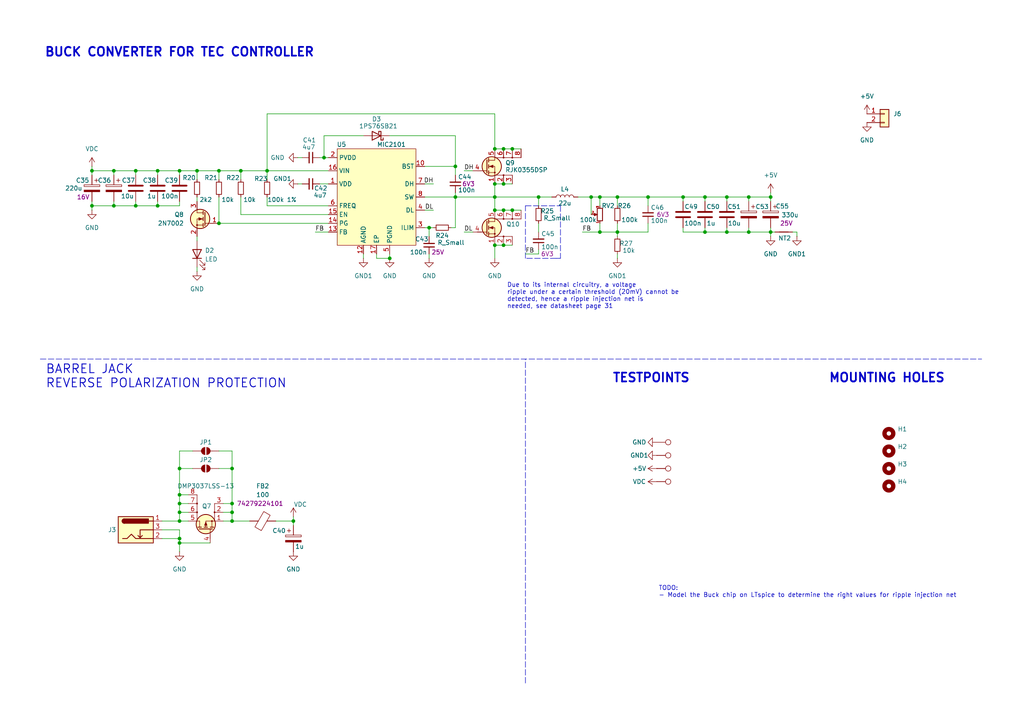
<source format=kicad_sch>
(kicad_sch (version 20231120) (generator "eeschema") (generator_version "8.0")
  (paper "A4")
  (title_block (title "Laser Diode Driver") (date "2024-03-27") (comment 1 "Mirco Tollardo"))
  (lib_symbols
    (symbol "Connector:Barrel_Jack_Switch" (pin_names hide)
      (property "Reference" "J" (at 0 5.334 0))
      (property "Value" "Barrel_Jack_Switch" (at 0 -5.08 0))
      (symbol "Barrel_Jack_Switch_0_1"
        (rectangle (start -5.08 3.81) (end 5.08 -3.81) (stroke (width 0.254)) (fill (type background)))
        (arc (start -3.302 3.175) (mid -3.9343 2.54) (end -3.302 1.905) (stroke (width 0.254)))
        (arc (start -3.302 3.175) (mid -3.9343 2.54) (end -3.302 1.905) (stroke (width 0.254)) (fill (type outline)))
        (polyline (pts (xy 1.27 -2.286) (xy 1.905 -1.651)) (stroke (width 0.254)))
        (polyline (pts (xy 5.08 2.54) (xy 3.81 2.54)) (stroke (width 0.254)))
        (polyline (pts (xy 5.08 0) (xy 1.27 0) (xy 1.27 -2.286) (xy 0.635 -1.651)) (stroke (width 0.254)))
        (polyline (pts (xy -3.81 -2.54) (xy -2.54 -2.54) (xy -1.27 -1.27) (xy 0 -2.54) (xy 2.54 -2.54) (xy 5.08 -2.54)) (stroke (width 0.254)))
        (rectangle (start 3.683 3.175) (end -3.302 1.905) (stroke (width 0.254)) (fill (type outline)))
      )
      (symbol "Barrel_Jack_Switch_1_1"
        (pin passive line (at 7.62 2.54 180) (length 2.54) (name "~") (number "1"))
        (pin passive line (at 7.62 -2.54 180) (length 2.54) (name "~") (number "2"))
        (pin passive line (at 7.62 0 180) (length 2.54) (name "~") (number "3"))
      )
    )
    (symbol "Connector:TestPoint" (pin_numbers hide) (pin_names (offset 0.762) hide)
      (property "Reference" "TP" (at 0 6.858 0))
      (property "Value" "TestPoint" (at 0 5.08 0))
      (symbol "TestPoint_0_1"
        (circle (center 0 3.302) (radius 0.762))
      )
      (symbol "TestPoint_1_1"
        (pin passive line (at 0 0 90) (length 2.54) (name "1") (number "1"))
      )
    )
    (symbol "Connector_Generic:Conn_01x02" (pin_names (offset 1.016) hide)
      (property "Reference" "J" (at 0 2.54 0))
      (property "Value" "Conn_01x02" (at 0 -5.08 0))
      (symbol "Conn_01x02_1_1"
        (rectangle (start -1.27 -2.413) (end 0 -2.667) (stroke (width 0.1524)))
        (rectangle (start -1.27 0.127) (end 0 -0.127) (stroke (width 0.1524)))
        (rectangle (start -1.27 1.27) (end 1.27 -3.81) (stroke (width 0.254)) (fill (type background)))
        (pin passive line (at -5.08 0 0) (length 3.81) (name "Pin_1") (number "1"))
        (pin passive line (at -5.08 -2.54 0) (length 3.81) (name "Pin_2") (number "2"))
      )
    )
    (symbol "Device:C" (pin_numbers hide) (pin_names (offset 0.254))
      (property "Reference" "C" (at 0.635 2.54 0))
      (property "Value" "C" (at 0.635 -2.54 0))
      (symbol "C_0_1"
        (polyline (pts (xy -2.032 -0.762) (xy 2.032 -0.762)) (stroke (width 0.508)))
        (polyline (pts (xy -2.032 0.762) (xy 2.032 0.762)) (stroke (width 0.508)))
      )
      (symbol "C_1_1"
        (pin passive line (at 0 3.81 270) (length 2.794) (name "~") (number "1"))
        (pin passive line (at 0 -3.81 90) (length 2.794) (name "~") (number "2"))
      )
    )
    (symbol "Device:C_Polarized" (pin_numbers hide) (pin_names (offset 0.254))
      (property "Reference" "C" (at 0.635 2.54 0))
      (property "Value" "C_Polarized" (at 0.635 -2.54 0))
      (symbol "C_Polarized_0_1"
        (rectangle (start -2.286 0.508) (end 2.286 1.016))
        (polyline (pts (xy -1.778 2.286) (xy -0.762 2.286)))
        (polyline (pts (xy -1.27 2.794) (xy -1.27 1.778)))
        (rectangle (start 2.286 -0.508) (end -2.286 -1.016) (fill (type outline)))
      )
      (symbol "C_Polarized_1_1"
        (pin passive line (at 0 3.81 270) (length 2.794) (name "~") (number "1"))
        (pin passive line (at 0 -3.81 90) (length 2.794) (name "~") (number "2"))
      )
    )
    (symbol "Device:C_Small" (pin_numbers hide) (pin_names (offset 0.254) hide)
      (property "Reference" "C" (at 0.254 1.778 0))
      (property "Value" "C_Small" (at 0.254 -2.032 0))
      (symbol "C_Small_0_1"
        (polyline (pts (xy -1.524 -0.508) (xy 1.524 -0.508)) (stroke (width 0.3302)))
        (polyline (pts (xy -1.524 0.508) (xy 1.524 0.508)) (stroke (width 0.3048)))
      )
      (symbol "C_Small_1_1"
        (pin passive line (at 0 2.54 270) (length 2.032) (name "~") (number "1"))
        (pin passive line (at 0 -2.54 90) (length 2.032) (name "~") (number "2"))
      )
    )
    (symbol "Device:D_Schottky" (pin_numbers hide) (pin_names (offset 1.016) hide)
      (property "Reference" "D" (at 0 2.54 0))
      (property "Value" "D_Schottky" (at 0 -2.54 0))
      (symbol "D_Schottky_0_1"
        (polyline (pts (xy 1.27 0) (xy -1.27 0)))
        (polyline (pts (xy 1.27 1.27) (xy 1.27 -1.27) (xy -1.27 0) (xy 1.27 1.27)) (stroke (width 0.254)))
        (polyline (pts (xy -1.905 0.635) (xy -1.905 1.27) (xy -1.27 1.27) (xy -1.27 -1.27) (xy -0.635 -1.27) (xy -0.635 -0.635)) (stroke (width 0.254)))
      )
      (symbol "D_Schottky_1_1"
        (pin passive line (at -3.81 0 0) (length 2.54) (name "K") (number "1"))
        (pin passive line (at 3.81 0 180) (length 2.54) (name "A") (number "2"))
      )
    )
    (symbol "Device:FerriteBead" (pin_numbers hide) (pin_names (offset 0))
      (property "Reference" "FB" (at -3.81 0.635 90))
      (property "Value" "FerriteBead" (at 3.81 0 90))
      (symbol "FerriteBead_0_1"
        (polyline (pts (xy 0 -1.27) (xy 0 -1.2192)))
        (polyline (pts (xy 0 1.27) (xy 0 1.2954)))
        (polyline (pts (xy -2.7686 0.4064) (xy -1.7018 2.2606) (xy 2.7686 -0.3048) (xy 1.6764 -2.159) (xy -2.7686 0.4064)))
      )
      (symbol "FerriteBead_1_1"
        (pin passive line (at 0 3.81 270) (length 2.54) (name "~") (number "1"))
        (pin passive line (at 0 -3.81 90) (length 2.54) (name "~") (number "2"))
      )
    )
    (symbol "Device:L" (pin_numbers hide) (pin_names (offset 1.016) hide)
      (property "Reference" "L" (at -1.27 0 90))
      (property "Value" "L" (at 1.905 0 90))
      (symbol "L_0_1"
        (arc (start 0 -2.54) (mid 0.6323 -1.905) (end 0 -1.27))
        (arc (start 0 -1.27) (mid 0.6323 -0.635) (end 0 0))
        (arc (start 0 0) (mid 0.6323 0.635) (end 0 1.27))
        (arc (start 0 1.27) (mid 0.6323 1.905) (end 0 2.54))
      )
      (symbol "L_1_1"
        (pin passive line (at 0 3.81 270) (length 1.27) (name "1") (number "1"))
        (pin passive line (at 0 -3.81 90) (length 1.27) (name "2") (number "2"))
      )
    )
    (symbol "Device:LED" (pin_numbers hide) (pin_names (offset 1.016) hide)
      (property "Reference" "D" (at 0 2.54 0))
      (property "Value" "LED" (at 0 -2.54 0))
      (symbol "LED_0_1"
        (polyline (pts (xy -1.27 -1.27) (xy -1.27 1.27)) (stroke (width 0.254)))
        (polyline (pts (xy -1.27 0) (xy 1.27 0)))
        (polyline (pts (xy 1.27 -1.27) (xy 1.27 1.27) (xy -1.27 0) (xy 1.27 -1.27)) (stroke (width 0.254)))
        (polyline (pts (xy -3.048 -0.762) (xy -4.572 -2.286) (xy -3.81 -2.286) (xy -4.572 -2.286) (xy -4.572 -1.524)))
        (polyline (pts (xy -1.778 -0.762) (xy -3.302 -2.286) (xy -2.54 -2.286) (xy -3.302 -2.286) (xy -3.302 -1.524)))
      )
      (symbol "LED_1_1"
        (pin passive line (at -3.81 0 0) (length 2.54) (name "K") (number "1"))
        (pin passive line (at 3.81 0 180) (length 2.54) (name "A") (number "2"))
      )
    )
    (symbol "Device:NetTie_2" (pin_numbers hide) (pin_names (offset 0) hide) (in_bom no)
      (property "Reference" "NT" (at 0 1.27 0))
      (property "Value" "NetTie_2" (at 0 -1.27 0))
      (symbol "NetTie_2_0_1"
        (polyline (pts (xy -1.27 0) (xy 1.27 0)) (stroke (width 0.254)))
      )
      (symbol "NetTie_2_1_1"
        (pin passive line (at -2.54 0 0) (length 2.54) (name "1") (number "1"))
        (pin passive line (at 2.54 0 180) (length 2.54) (name "2") (number "2"))
      )
    )
    (symbol "Device:R_Potentiometer_Small" (pin_names (offset 1.016) hide)
      (property "Reference" "RV" (at -4.445 0 90))
      (property "Value" "R_Potentiometer_Small" (at -2.54 0 90))
      (symbol "R_Potentiometer_Small_0_1"
        (polyline (pts (xy 0.889 0) (xy 0.635 0) (xy 1.651 0.381) (xy 1.651 -0.381) (xy 0.635 0) (xy 0.889 0)) (fill (type outline)))
        (rectangle (start 0.762 1.8034) (end -0.762 -1.8034) (stroke (width 0.254)))
      )
      (symbol "R_Potentiometer_Small_1_1"
        (pin passive line (at 0 2.54 270) (length 0.635) (name "1") (number "1"))
        (pin passive line (at 2.54 0 180) (length 0.9906) (name "2") (number "2"))
        (pin passive line (at 0 -2.54 90) (length 0.635) (name "3") (number "3"))
      )
    )
    (symbol "Device:R_Small" (pin_numbers hide) (pin_names (offset 0.254) hide)
      (property "Reference" "R" (at 0.762 0.508 0))
      (property "Value" "R_Small" (at 0.762 -1.016 0))
      (symbol "R_Small_0_1"
        (rectangle (start -0.762 1.778) (end 0.762 -1.778) (stroke (width 0.2032)))
      )
      (symbol "R_Small_1_1"
        (pin passive line (at 0 2.54 270) (length 0.762) (name "~") (number "1"))
        (pin passive line (at 0 -2.54 90) (length 0.762) (name "~") (number "2"))
      )
    )
    (symbol "Jumper:SolderJumper_2_Open" (pin_numbers hide) (pin_names (offset 0) hide) (exclude_from_sim yes) (in_bom no)
      (property "Reference" "JP" (at 0 2.032 0))
      (property "Value" "SolderJumper_2_Open" (at 0 -2.54 0))
      (symbol "SolderJumper_2_Open_0_1"
        (arc (start -0.254 1.016) (mid -1.2656 0) (end -0.254 -1.016))
        (arc (start -0.254 1.016) (mid -1.2656 0) (end -0.254 -1.016) (fill (type outline)))
        (polyline (pts (xy -0.254 1.016) (xy -0.254 -1.016)))
        (polyline (pts (xy 0.254 1.016) (xy 0.254 -1.016)))
        (arc (start 0.254 -1.016) (mid 1.2656 0) (end 0.254 1.016))
        (arc (start 0.254 -1.016) (mid 1.2656 0) (end 0.254 1.016) (fill (type outline)))
      )
      (symbol "SolderJumper_2_Open_1_1"
        (pin passive line (at -3.81 0 0) (length 2.54) (name "A") (number "1"))
        (pin passive line (at 3.81 0 180) (length 2.54) (name "B") (number "2"))
      )
    )
    (symbol "Mechanical:MountingHole" (pin_names (offset 1.016)) (exclude_from_sim yes) (in_bom no)
      (property "Reference" "H" (at 0 5.08 0))
      (property "Value" "MountingHole" (at 0 3.175 0))
      (symbol "MountingHole_0_1"
        (circle (center 0 0) (radius 1.27) (stroke (width 1.27)))
      )
    )
    (symbol "PCM_Transistor_MOSFET_AKL:2N7002" (pin_names hide)
      (property "Reference" "Q" (at 5.08 1.27 0))
      (property "Value" "2N7002" (at 5.08 -1.27 0))
      (symbol "2N7002_0_1"
        (polyline (pts (xy 0.254 -1.27) (xy -2.54 -1.27)))
        (polyline (pts (xy 0.254 1.905) (xy 0.254 -1.905)) (stroke (width 0.254)))
        (polyline (pts (xy 0.762 -1.778) (xy 2.54 -1.778)))
        (polyline (pts (xy 0.762 -1.27) (xy 0.762 -2.286)) (stroke (width 0.254)))
        (polyline (pts (xy 0.762 0.508) (xy 0.762 -0.508)) (stroke (width 0.254)))
        (polyline (pts (xy 0.762 2.286) (xy 0.762 1.27)) (stroke (width 0.254)))
        (polyline (pts (xy 2.54 1.778) (xy 0.762 1.778)))
        (polyline (pts (xy 2.54 2.54) (xy 2.54 1.778)))
        (polyline (pts (xy 2.54 -2.54) (xy 2.54 0) (xy 0.762 0)))
        (polyline (pts (xy 1.016 0) (xy 2.032 0.381) (xy 2.032 -0.381) (xy 1.016 0)) (fill (type outline)))
        (circle (center 1.651 0) (radius 2.794) (stroke (width 0.254)) (fill (type background)))
        (circle (center 2.54 -1.778) (radius 0.1778) (fill (type outline)))
      )
      (symbol "2N7002_1_1"
        (pin input line (at -3.81 -1.27 0) (length 2.54) (name "G") (number "1"))
        (pin passive line (at 2.54 -5.08 90) (length 2.54) (name "S") (number "2"))
        (pin passive line (at 2.54 5.08 270) (length 2.54) (name "D") (number "3"))
      )
    )
    (symbol "PCM_Transistor_MOSFET_AKL:DMP3036SSS" (pin_names hide)
      (property "Reference" "Q" (at 5.08 1.27 0))
      (property "Value" "DMP3036SSS" (at 5.08 -1.27 0))
      (symbol "DMP3036SSS_0_1"
        (polyline (pts (xy 0.254 -1.905) (xy 0.254 1.905)) (stroke (width 0.254)))
        (polyline (pts (xy 0.254 1.27) (xy -2.54 1.27)))
        (polyline (pts (xy 0.762 -2.286) (xy 0.762 -1.27)) (stroke (width 0.254)))
        (polyline (pts (xy 0.762 -1.778) (xy 2.54 -1.778)))
        (polyline (pts (xy 0.762 -0.508) (xy 0.762 0.508)) (stroke (width 0.254)))
        (polyline (pts (xy 0.762 1.27) (xy 0.762 2.286)) (stroke (width 0.254)))
        (polyline (pts (xy 0.762 1.778) (xy 2.54 1.778)))
        (polyline (pts (xy 2.54 -2.54) (xy 2.54 -1.778)))
        (polyline (pts (xy 2.54 2.54) (xy 7.62 2.54)))
        (polyline (pts (xy 7.62 -2.54) (xy 2.54 -2.54)))
        (polyline (pts (xy 7.62 -2.54) (xy 10.16 -2.54)))
        (polyline (pts (xy 2.54 2.54) (xy 2.54 0) (xy 0.762 0)))
        (polyline (pts (xy 2.286 0) (xy 1.27 -0.381) (xy 1.27 0.381) (xy 2.286 0)) (fill (type outline)))
        (circle (center 5.08 -2.54) (radius 0.1778) (fill (type outline)))
        (circle (center 5.08 2.54) (radius 0.1778) (fill (type outline)))
        (circle (center 7.62 -2.54) (radius 0.1778) (fill (type outline)))
      )
      (symbol "DMP3036SSS_1_1"
        (circle (center 1.651 0) (radius 2.794) (stroke (width 0.254)) (fill (type background)))
        (circle (center 2.54 1.778) (radius 0.1778) (fill (type outline)))
        (pin passive line (at 2.54 5.08 270) (length 2.54) (name "S") (number "1"))
        (pin passive line (at 5.08 5.08 270) (length 2.54) (name "S") (number "2"))
        (pin passive line (at 7.62 5.08 270) (length 2.54) (name "S") (number "3"))
        (pin input line (at -3.81 1.27 0) (length 2.54) (name "G") (number "4"))
        (pin passive line (at 2.54 -5.08 90) (length 2.54) (name "D") (number "5"))
        (pin passive line (at 5.08 -5.08 90) (length 2.54) (name "D") (number "6"))
        (pin passive line (at 7.62 -5.08 90) (length 2.54) (name "D") (number "7"))
        (pin passive line (at 10.16 -5.08 90) (length 2.54) (name "D") (number "8"))
      )
    )
    (symbol "PCM_Transistor_MOSFET_AKL:Q_NMOS-E_Generic_SSSGDDDD" (pin_names hide)
      (property "Reference" "Q" (at 5.08 1.27 0))
      (property "Value" "Q_NMOS-E_Generic_SSSGDDDD" (at 5.08 -1.27 0))
      (symbol "Q_NMOS-E_Generic_SSSGDDDD_0_1"
        (polyline (pts (xy 0.254 -1.27) (xy -2.54 -1.27)))
        (polyline (pts (xy 0.254 1.905) (xy 0.254 -1.905)) (stroke (width 0.254)))
        (polyline (pts (xy 0.762 -1.778) (xy 2.54 -1.778)))
        (polyline (pts (xy 0.762 -1.27) (xy 0.762 -2.286)) (stroke (width 0.254)))
        (polyline (pts (xy 0.762 0.508) (xy 0.762 -0.508)) (stroke (width 0.254)))
        (polyline (pts (xy 0.762 2.286) (xy 0.762 1.27)) (stroke (width 0.254)))
        (polyline (pts (xy 2.54 1.778) (xy 0.762 1.778)))
        (polyline (pts (xy 2.54 2.54) (xy 2.54 1.778)))
        (polyline (pts (xy 7.62 -2.54) (xy 2.54 -2.54)))
        (polyline (pts (xy 10.16 2.54) (xy 2.54 2.54)))
        (polyline (pts (xy 2.54 -2.54) (xy 2.54 0) (xy 0.762 0)))
        (polyline (pts (xy 1.016 0) (xy 2.032 0.381) (xy 2.032 -0.381) (xy 1.016 0)) (fill (type outline)))
        (circle (center 1.651 0) (radius 2.794) (stroke (width 0.254)) (fill (type background)))
        (circle (center 2.54 -1.778) (radius 0.1778) (fill (type outline)))
        (circle (center 5.08 2.54) (radius 0.1778) (fill (type outline)))
      )
      (symbol "Q_NMOS-E_Generic_SSSGDDDD_1_1"
        (circle (center 5.08 -2.54) (radius 0.1778) (fill (type outline)))
        (circle (center 7.62 2.54) (radius 0.1778) (fill (type outline)))
        (pin passive line (at 2.54 -5.08 90) (length 2.54) (name "S") (number "1"))
        (pin passive line (at 5.08 -5.08 90) (length 2.54) (name "S") (number "2"))
        (pin passive line (at 7.62 -5.08 90) (length 2.54) (name "S") (number "3"))
        (pin input line (at -3.81 -1.27 0) (length 2.54) (name "G") (number "4"))
        (pin passive line (at 2.54 5.08 270) (length 2.54) (name "D") (number "5"))
        (pin passive line (at 5.08 5.08 270) (length 2.54) (name "D") (number "6"))
        (pin passive line (at 7.62 5.08 270) (length 2.54) (name "D") (number "7"))
        (pin passive line (at 10.16 5.08 270) (length 2.54) (name "D") (number "8"))
      )
    )
    (symbol "power:+5V" (power) (pin_numbers hide) (pin_names (offset 0) hide)
      (property "Value" "+5V" (at 0 3.556 0))
      (symbol "+5V_0_1"
        (polyline (pts (xy -0.762 1.27) (xy 0 2.54)))
        (polyline (pts (xy 0 0) (xy 0 2.54)))
        (polyline (pts (xy 0 2.54) (xy 0.762 1.27)))
      )
      (symbol "+5V_1_1"
        (pin power_in line (at 0 0 90) (length 0) (name "~") (number "1"))
      )
    )
    (symbol "power:GND" (power) (pin_numbers hide) (pin_names (offset 0) hide)
      (property "Value" "GND" (at 0 -3.81 0))
      (symbol "GND_0_1"
        (polyline (pts (xy 0 0) (xy 0 -1.27) (xy 1.27 -1.27) (xy 0 -2.54) (xy -1.27 -1.27) (xy 0 -1.27)))
      )
      (symbol "GND_1_1"
        (pin power_in line (at 0 0 270) (length 0) (name "~") (number "1"))
      )
    )
    (symbol "power:GND1" (power) (pin_numbers hide) (pin_names (offset 0) hide)
      (property "Value" "GND1" (at 0 -3.81 0))
      (symbol "GND1_0_1"
        (polyline (pts (xy 0 0) (xy 0 -1.27) (xy 1.27 -1.27) (xy 0 -2.54) (xy -1.27 -1.27) (xy 0 -1.27)))
      )
      (symbol "GND1_1_1"
        (pin power_in line (at 0 0 270) (length 0) (name "~") (number "1"))
      )
    )
    (symbol "power:VDC" (power) (pin_numbers hide) (pin_names (offset 0) hide)
      (property "Value" "VDC" (at 0 3.556 0))
      (symbol "VDC_0_1"
        (polyline (pts (xy -0.762 1.27) (xy 0 2.54)))
        (polyline (pts (xy 0 0) (xy 0 2.54)))
        (polyline (pts (xy 0 2.54) (xy 0.762 1.27)))
      )
      (symbol "VDC_1_1"
        (pin power_in line (at 0 0 90) (length 0) (name "~") (number "1"))
      )
    )
    (symbol "symbols:MIC2101"
      (property "Reference" "U" (at -7.112 13.97 0))
      (property "Value" "MIC2101" (at 0.762 13.97 0))
      (symbol "MIC2101_1_1"
        (rectangle (start -11.43 11.43) (end 11.43 -16.51) (fill (type background)))
        (pin power_in line (at -13.97 1.27 0) (length 2.54) (name "VDD") (number "1"))
        (pin power_in line (at 13.97 6.35 180) (length 2.54) (name "BST") (number "10"))
        (pin no_connect line (at 6.35 -15.24 90) (length 2.54) hide (name "NC") (number "11"))
        (pin power_in line (at -3.81 -19.05 90) (length 2.54) (name "AGND") (number "12"))
        (pin input line (at -13.97 -12.7 0) (length 2.54) (name "FB") (number "13"))
        (pin passive line (at -13.97 -10.16 0) (length 2.54) (name "PG") (number "14"))
        (pin input line (at -13.97 -7.62 0) (length 2.54) (name "EN") (number "15"))
        (pin power_in line (at -13.97 5.08 0) (length 2.54) (name "VIN") (number "16"))
        (pin power_in line (at 0 -19.05 90) (length 2.54) (name "EP") (number "17"))
        (pin power_in line (at -13.97 8.89 0) (length 2.54) (name "PVDD") (number "2"))
        (pin passive line (at 13.97 -11.43 180) (length 2.54) (name "ILIM") (number "3"))
        (pin output line (at 13.97 -6.35 180) (length 2.54) (name "DL") (number "4"))
        (pin power_out line (at 3.81 -19.05 90) (length 2.54) (name "PGND") (number "5"))
        (pin passive line (at -13.97 -5.08 0) (length 2.54) (name "FREQ") (number "6"))
        (pin output line (at 13.97 1.27 180) (length 2.54) (name "DH") (number "7"))
        (pin power_out line (at 13.97 -2.54 180) (length 2.54) (name "SW") (number "8"))
        (pin no_connect line (at 6.35 -15.24 90) (length 2.54) hide (name "NC") (number "9"))
      )
    )
  )
  (junction (at 26.67 49.53))
  (junction (at 146.05 43.18))
  (junction (at 198.12 57.15))
  (junction (at 132.08 48.26))
  (junction (at 39.37 59.69))
  (junction (at 93.98 45.72))
  (junction (at 63.5 49.53))
  (junction (at 67.31 146.05))
  (junction (at 52.07 49.53))
  (junction (at 45.72 49.53))
  (junction (at 217.17 67.31))
  (junction (at 173.99 57.15))
  (junction (at 52.07 156.21))
  (junction (at 148.59 60.96))
  (junction (at 217.17 57.15))
  (junction (at 124.46 66.04))
  (junction (at 148.59 43.18))
  (junction (at 146.05 53.34))
  (junction (at 143.51 43.18))
  (junction (at 143.51 60.96))
  (junction (at 67.31 135.89))
  (junction (at 204.47 57.15))
  (junction (at 52.07 135.89))
  (junction (at 210.82 67.31))
  (junction (at 113.03 74.93))
  (junction (at 143.51 71.12))
  (junction (at 85.09 151.13))
  (junction (at 146.05 71.12))
  (junction (at 52.07 151.13))
  (junction (at 57.15 49.53))
  (junction (at 132.08 57.15))
  (junction (at 223.52 67.31))
  (junction (at 26.67 59.69))
  (junction (at 52.07 157.48))
  (junction (at 63.5 64.77))
  (junction (at 179.07 57.15))
  (junction (at 179.07 67.31))
  (junction (at 67.31 148.59))
  (junction (at 77.47 49.53))
  (junction (at 69.85 49.53))
  (junction (at 143.51 57.15))
  (junction (at 146.05 60.96))
  (junction (at 52.07 143.51))
  (junction (at 210.82 57.15))
  (junction (at 143.51 53.34))
  (junction (at 52.07 146.05))
  (junction (at 204.47 67.31))
  (junction (at 187.96 57.15))
  (junction (at 223.52 57.15))
  (junction (at 33.02 49.53))
  (junction (at 67.31 151.13))
  (junction (at 156.21 57.15))
  (junction (at 33.02 59.69))
  (junction (at 171.45 57.15))
  (junction (at 45.72 59.69))
  (junction (at 173.99 67.31))
  (junction (at 52.07 148.59))
  (junction (at 39.37 49.53))
  (wire (pts (xy 143.51 53.34) (xy 146.05 53.34)))
  (wire (pts (xy 52.07 59.69) (xy 52.07 58.42)))
  (wire (pts (xy 45.72 58.42) (xy 45.72 59.69)))
  (wire (pts (xy 55.88 130.81) (xy 52.07 130.81)))
  (wire (pts (xy 57.15 69.85) (xy 57.15 68.58)))
  (wire (pts (xy 63.5 57.15) (xy 63.5 64.77)))
  (wire (pts (xy 204.47 66.04) (xy 204.47 67.31)))
  (wire (pts (xy 69.85 57.15) (xy 69.85 62.23)))
  (wire (pts (xy 146.05 60.96) (xy 148.59 60.96)))
  (wire (pts (xy 132.08 66.04) (xy 132.08 57.15)))
  (wire (pts (xy 156.21 57.15) (xy 156.21 59.69)))
  (wire (pts (xy 63.5 49.53) (xy 63.5 52.07)))
  (wire (pts (xy 137.16 67.31) (xy 134.62 67.31)))
  (wire (pts (xy 198.12 57.15) (xy 198.12 58.42)))
  (wire (pts (xy 179.07 73.66) (xy 179.07 74.93)))
  (wire (pts (xy 231.14 68.58) (xy 231.14 67.31)))
  (wire (pts (xy 57.15 57.15) (xy 57.15 58.42)))
  (wire (pts (xy 123.19 60.96) (xy 125.73 60.96)))
  (wire (pts (xy 52.07 49.53) (xy 57.15 49.53)))
  (wire (pts (xy 67.31 146.05) (xy 67.31 148.59)))
  (wire (pts (xy 45.72 59.69) (xy 52.07 59.69)))
  (wire (pts (xy 52.07 135.89) (xy 55.88 135.89)))
  (wire (pts (xy 46.99 156.21) (xy 52.07 156.21)))
  (wire (pts (xy 45.72 49.53) (xy 45.72 50.8)))
  (wire (pts (xy 187.96 64.77) (xy 187.96 67.31)))
  (wire (pts (xy 26.67 58.42) (xy 26.67 59.69)))
  (wire (pts (xy 57.15 49.53) (xy 63.5 49.53)))
  (wire (pts (xy 52.07 135.89) (xy 52.07 143.51)))
  (wire (pts (xy 67.31 151.13) (xy 72.39 151.13)))
  (wire (pts (xy 46.99 153.67) (xy 52.07 153.67)))
  (wire (pts (xy 171.45 57.15) (xy 173.99 57.15)))
  (wire (pts (xy 52.07 157.48) (xy 60.96 157.48)))
  (wire (pts (xy 156.21 73.66) (xy 156.21 72.39)))
  (wire (pts (xy 173.99 57.15) (xy 179.07 57.15)))
  (wire (pts (xy 39.37 58.42) (xy 39.37 59.69)))
  (wire (pts (xy 26.67 49.53) (xy 26.67 50.8)))
  (wire (pts (xy 132.08 57.15) (xy 143.51 57.15)))
  (wire (pts (xy 92.71 45.72) (xy 93.98 45.72)))
  (wire (pts (xy 85.09 151.13) (xy 85.09 152.4)))
  (wire (pts (xy 143.51 57.15) (xy 156.21 57.15)))
  (wire (pts (xy 105.41 74.93) (xy 105.41 73.66)))
  (wire (pts (xy 26.67 60.96) (xy 26.67 59.69)))
  (wire (pts (xy 143.51 43.18) (xy 146.05 43.18)))
  (polyline (pts (xy 152.4 59.69) (xy 162.56 59.69)) (stroke (width 0) (type dash)))
  (wire (pts (xy 52.07 146.05) (xy 54.61 146.05)))
  (wire (pts (xy 217.17 57.15) (xy 223.52 57.15)))
  (wire (pts (xy 33.02 49.53) (xy 33.02 50.8)))
  (wire (pts (xy 137.16 49.53) (xy 134.62 49.53)))
  (wire (pts (xy 173.99 57.15) (xy 173.99 59.69)))
  (wire (pts (xy 179.07 57.15) (xy 187.96 57.15)))
  (wire (pts (xy 77.47 33.02) (xy 77.47 49.53)))
  (wire (pts (xy 198.12 66.04) (xy 198.12 67.31)))
  (polyline (pts (xy 161.29 74.93) (xy 152.4 74.93)) (stroke (width 0) (type dash)))
  (wire (pts (xy 26.67 59.69) (xy 33.02 59.69)))
  (wire (pts (xy 123.19 57.15) (xy 132.08 57.15)))
  (wire (pts (xy 171.45 62.23) (xy 171.45 57.15)))
  (wire (pts (xy 143.51 57.15) (xy 143.51 60.96)))
  (wire (pts (xy 77.47 33.02) (xy 143.51 33.02)))
  (wire (pts (xy 46.99 151.13) (xy 52.07 151.13)))
  (wire (pts (xy 52.07 146.05) (xy 52.07 148.59)))
  (wire (pts (xy 86.36 53.34) (xy 87.63 53.34)))
  (wire (pts (xy 92.71 53.34) (xy 95.25 53.34)))
  (wire (pts (xy 93.98 39.37) (xy 93.98 45.72)))
  (wire (pts (xy 210.82 57.15) (xy 210.82 58.42)))
  (wire (pts (xy 210.82 67.31) (xy 204.47 67.31)))
  (wire (pts (xy 187.96 57.15) (xy 198.12 57.15)))
  (polyline (pts (xy 152.4 74.93) (xy 152.4 59.69)) (stroke (width 0) (type dash)))
  (wire (pts (xy 146.05 71.12) (xy 148.59 71.12)))
  (wire (pts (xy 148.59 60.96) (xy 151.13 60.96)))
  (wire (pts (xy 132.08 39.37) (xy 132.08 48.26)))
  (wire (pts (xy 124.46 74.93) (xy 124.46 73.66)))
  (wire (pts (xy 179.07 64.77) (xy 179.07 67.31)))
  (wire (pts (xy 67.31 148.59) (xy 67.31 151.13)))
  (wire (pts (xy 143.51 33.02) (xy 143.51 43.18)))
  (wire (pts (xy 223.52 55.88) (xy 223.52 57.15)))
  (wire (pts (xy 123.19 48.26) (xy 132.08 48.26)))
  (wire (pts (xy 77.47 49.53) (xy 77.47 52.07)))
  (wire (pts (xy 39.37 49.53) (xy 39.37 50.8)))
  (wire (pts (xy 57.15 77.47) (xy 57.15 78.74)))
  (wire (pts (xy 39.37 49.53) (xy 45.72 49.53)))
  (polyline (pts (xy 11.684 104.14) (xy 284.734 104.14)) (stroke (width 0) (type dash)))
  (wire (pts (xy 80.01 151.13) (xy 85.09 151.13)))
  (wire (pts (xy 130.81 66.04) (xy 132.08 66.04)))
  (wire (pts (xy 156.21 64.77) (xy 156.21 67.31)))
  (polyline (pts (xy 161.29 74.93) (xy 162.56 74.93)) (stroke (width 0) (type dash)))
  (wire (pts (xy 85.09 149.86) (xy 85.09 151.13)))
  (wire (pts (xy 143.51 71.12) (xy 146.05 71.12)))
  (wire (pts (xy 113.03 39.37) (xy 132.08 39.37)))
  (wire (pts (xy 63.5 49.53) (xy 69.85 49.53)))
  (wire (pts (xy 168.91 67.31) (xy 173.99 67.31)))
  (wire (pts (xy 33.02 59.69) (xy 39.37 59.69)))
  (wire (pts (xy 123.19 66.04) (xy 124.46 66.04)))
  (wire (pts (xy 187.96 59.69) (xy 187.96 57.15)))
  (wire (pts (xy 26.67 48.26) (xy 26.67 49.53)))
  (wire (pts (xy 64.77 151.13) (xy 67.31 151.13)))
  (wire (pts (xy 63.5 130.81) (xy 67.31 130.81)))
  (wire (pts (xy 52.07 143.51) (xy 52.07 146.05)))
  (wire (pts (xy 52.07 143.51) (xy 54.61 143.51)))
  (wire (pts (xy 63.5 64.77) (xy 95.25 64.77)))
  (wire (pts (xy 33.02 58.42) (xy 33.02 59.69)))
  (wire (pts (xy 223.52 58.42) (xy 223.52 57.15)))
  (wire (pts (xy 217.17 66.04) (xy 217.17 67.31)))
  (wire (pts (xy 52.07 130.81) (xy 52.07 135.89)))
  (wire (pts (xy 210.82 66.04) (xy 210.82 67.31)))
  (wire (pts (xy 109.22 74.93) (xy 109.22 73.66)))
  (wire (pts (xy 113.03 74.93) (xy 109.22 74.93)))
  (wire (pts (xy 198.12 57.15) (xy 204.47 57.15)))
  (wire (pts (xy 39.37 59.69) (xy 45.72 59.69)))
  (wire (pts (xy 77.47 59.69) (xy 77.47 57.15)))
  (wire (pts (xy 52.07 156.21) (xy 52.07 157.48)))
  (wire (pts (xy 77.47 59.69) (xy 95.25 59.69)))
  (wire (pts (xy 124.46 66.04) (xy 124.46 68.58)))
  (wire (pts (xy 123.19 53.34) (xy 125.73 53.34)))
  (wire (pts (xy 52.07 49.53) (xy 52.07 50.8)))
  (polyline (pts (xy 162.56 59.69) (xy 162.56 74.93)) (stroke (width 0) (type dash)))
  (wire (pts (xy 45.72 49.53) (xy 52.07 49.53)))
  (wire (pts (xy 204.47 57.15) (xy 204.47 58.42)))
  (wire (pts (xy 223.52 67.31) (xy 223.52 68.58)))
  (wire (pts (xy 223.52 66.04) (xy 223.52 67.31)))
  (wire (pts (xy 33.02 49.53) (xy 39.37 49.53)))
  (wire (pts (xy 52.07 148.59) (xy 54.61 148.59)))
  (wire (pts (xy 217.17 67.31) (xy 223.52 67.31)))
  (wire (pts (xy 105.41 39.37) (xy 93.98 39.37)))
  (wire (pts (xy 86.36 45.72) (xy 87.63 45.72)))
  (wire (pts (xy 143.51 53.34) (xy 143.51 57.15)))
  (wire (pts (xy 146.05 53.34) (xy 148.59 53.34)))
  (wire (pts (xy 64.77 148.59) (xy 67.31 148.59)))
  (wire (pts (xy 26.67 49.53) (xy 33.02 49.53)))
  (wire (pts (xy 179.07 57.15) (xy 179.07 59.69)))
  (wire (pts (xy 124.46 66.04) (xy 125.73 66.04)))
  (wire (pts (xy 69.85 49.53) (xy 77.47 49.53)))
  (wire (pts (xy 204.47 57.15) (xy 210.82 57.15)))
  (wire (pts (xy 64.77 146.05) (xy 67.31 146.05)))
  (wire (pts (xy 143.51 60.96) (xy 146.05 60.96)))
  (wire (pts (xy 77.47 49.53) (xy 95.25 49.53)))
  (wire (pts (xy 52.07 153.67) (xy 52.07 156.21)))
  (wire (pts (xy 173.99 64.77) (xy 173.99 67.31)))
  (polyline (pts (xy 152.4 198.12) (xy 152.4 104.14)) (stroke (width 0) (type dash)))
  (wire (pts (xy 67.31 135.89) (xy 67.31 146.05)))
  (wire (pts (xy 156.21 57.15) (xy 160.02 57.15)))
  (wire (pts (xy 52.07 148.59) (xy 52.07 151.13)))
  (wire (pts (xy 217.17 67.31) (xy 210.82 67.31)))
  (wire (pts (xy 67.31 130.81) (xy 67.31 135.89)))
  (wire (pts (xy 52.07 151.13) (xy 54.61 151.13)))
  (wire (pts (xy 231.14 67.31) (xy 229.87 67.31)))
  (wire (pts (xy 223.52 67.31) (xy 224.79 67.31)))
  (wire (pts (xy 132.08 50.8) (xy 132.08 48.26)))
  (wire (pts (xy 217.17 57.15) (xy 217.17 58.42)))
  (wire (pts (xy 69.85 62.23) (xy 95.25 62.23)))
  (wire (pts (xy 91.44 67.31) (xy 95.25 67.31)))
  (wire (pts (xy 57.15 49.53) (xy 57.15 52.07)))
  (wire (pts (xy 95.25 45.72) (xy 93.98 45.72)))
  (wire (pts (xy 146.05 43.18) (xy 148.59 43.18)))
  (wire (pts (xy 52.07 157.48) (xy 52.07 160.02)))
  (wire (pts (xy 187.96 67.31) (xy 179.07 67.31)))
  (wire (pts (xy 63.5 135.89) (xy 67.31 135.89)))
  (wire (pts (xy 204.47 67.31) (xy 198.12 67.31)))
  (wire (pts (xy 179.07 67.31) (xy 179.07 68.58)))
  (wire (pts (xy 132.08 55.88) (xy 132.08 57.15)))
  (wire (pts (xy 148.59 43.18) (xy 151.13 43.18)))
  (wire (pts (xy 69.85 49.53) (xy 69.85 52.07)))
  (wire (pts (xy 152.4 73.66) (xy 156.21 73.66)))
  (wire (pts (xy 113.03 74.93) (xy 113.03 73.66)))
  (wire (pts (xy 210.82 57.15) (xy 217.17 57.15)))
  (wire (pts (xy 143.51 71.12) (xy 143.51 74.93)))
  (wire (pts (xy 167.64 57.15) (xy 171.45 57.15)))
  (wire (pts (xy 173.99 67.31) (xy 179.07 67.31)))
  (text "TODO:\n- Model the Buck chip on LTspice to determine the right values for ripple injection net" (at 191.008 171.704 0) (effects (font (size 1.27 1.27)) (justify left)))
  (text "BARREL JACK\nREVERSE POLARIZATION PROTECTION" (at 13.208 109.22 0) (effects (font (size 2.54 2.54) (thickness 0.254) (bold yes)) (justify left)))
  (text "TESTPOINTS" (at 177.546 109.728 0) (effects (font (size 2.54 2.54) (bold yes)) (justify left)))
  (text "MOUNTING HOLES" (at 240.284 109.728 0) (effects (font (size 2.54 2.54) (bold yes)) (justify left)))
  (text "BUCK CONVERTER FOR TEC CONTROLLER" (at 52.07 15.24 0) (effects (font (size 2.54 2.54) (thickness 0.508) (bold yes))))
  (text "Due to its internal circuitry, a voltage\nripple under a certain threshold (20mV) cannot be\ndetected, hence a ripple injection net is \nneeded, see datasheet page 31" (at 147.066 85.852 0) (effects (font (size 1.27 1.27)) (justify left)))
  (label "FB" (at 152.4 73.66 0))
  (label "DL" (at 125.73 60.96 180))
  (label "DH" (at 134.62 49.53 0))
  (label "DH" (at 125.73 53.34 180))
  (label "DL" (at 134.62 67.31 0))
  (label "FB" (at 168.91 67.31 0))
  (label "FB" (at 91.44 67.31 0))
  (symbol (lib_id "Device:C_Small") (at 132.08 53.34 180) (unit 1)
    (property "Reference" "C44" (at 132.842 51.308 0) (effects (justify right)))
    (property "Value" "100n" (at 132.842 55.118 0) (effects (justify right)))
    (property "Footprint" "Capacitor_SMD:C_0603_1608Metric" (effects (hide yes)))
    (property "Description" "Unpolarized capacitor, small symbol" (effects (hide yes)))
    (property "Voltage Rating" "6V3" (at 135.89 53.34 0))
  )
  (symbol (lib_id "Device:C") (at 198.12 62.23 0) (mirror y) (unit 1)
    (property "Reference" "C49" (at 202.438 59.944 0) (effects (justify left)))
    (property "Value" "100n" (at 203.454 64.77 0) (effects (justify left)))
    (property "Footprint" "Capacitor_SMD:C_0805_2012Metric" (effects (hide yes)))
    (property "Description" "Unpolarized capacitor" (effects (hide yes)))
    (property "Voltage Rating" "25V" (effects (hide yes)))
  )
  (symbol (lib_id "power:VDC") (at 190.5 139.7 90) (unit 1)
    (property "Reference" "#PWR057" (effects (hide yes)))
    (property "Value" "VDC" (at 185.42 139.7 90))
    (property "Description" "Power symbol creates a global label with name \"VDC\"" (effects (hide yes)))
  )
  (symbol (lib_id "power:GND1") (at 86.36 53.34 270) (unit 1)
    (property "Reference" "#PWR051" (effects (hide yes)))
    (property "Value" "GND1" (at 84.582 51.816 90) (effects (justify right)))
    (property "Description" "Power symbol creates a global label with name \"GND1\" , ground" (effects (hide yes)))
  )
  (symbol (lib_id "power:GND1") (at 190.5 132.08 270) (unit 1)
    (property "Reference" "#PWR055" (effects (hide yes)))
    (property "Value" "GND1" (at 185.42 132.08 90))
    (property "Description" "Power symbol creates a global label with name \"GND1\" , ground" (effects (hide yes)))
  )
  (symbol (lib_id "Device:C") (at 39.37 54.61 0) (unit 1)
    (property "Reference" "C37" (at 35.306 52.324 0) (effects (justify left)))
    (property "Value" "10u" (at 35.052 56.896 0) (effects (justify left)))
    (property "Footprint" "Capacitor_SMD:C_0805_2012Metric" (effects (hide yes)))
    (property "Description" "Unpolarized capacitor" (effects (hide yes)))
    (property "Voltage Rating" "25V" (effects (hide yes)))
  )
  (symbol (lib_id "PCM_Transistor_MOSFET_AKL:Q_NMOS-E_Generic_SSSGDDDD") (at 140.97 48.26 0) (unit 1)
    (property "Reference" "Q9" (at 146.558 47.244 0) (effects (justify left)))
    (property "Value" "RJK0355DSP" (at 146.558 49.276 0) (effects (justify left)))
    (property "Footprint" "Package_SO:SOP-8_3.9x4.9mm_P1.27mm" (effects (hide yes)))
    (property "Datasheet" "https://www.mouser.it/datasheet/2/698/REN_rej03g1650_rjk0355dspds_DST_20080424-3247231.pdf" (effects (hide yes)))
    (property "Description" "N-MOSFET enchancement mode transistor, generic symbol, Alternate KiCAD Library" (effects (hide yes)))
  )
  (symbol (lib_id "Mechanical:MountingHole") (at 257.81 130.81 0) (unit 1) (exclude_from_sim yes) (in_bom no)
    (property "Reference" "H2" (at 260.35 129.5399 0) (effects (justify left)))
    (property "Value" "MountingHole" (effects (hide yes)))
    (property "Footprint" "MountingHole:MountingHole_3.2mm_M3_ISO7380" (effects (hide yes)))
    (property "Description" "Mounting Hole without connection" (effects (hide yes)))
  )
  (symbol (lib_id "Device:C") (at 45.72 54.61 0) (unit 1)
    (property "Reference" "C38" (at 41.402 52.324 0) (effects (justify left)))
    (property "Value" "1u" (at 42.672 56.896 0) (effects (justify left)))
    (property "Footprint" "Capacitor_SMD:C_0805_2012Metric" (effects (hide yes)))
    (property "Description" "Unpolarized capacitor" (effects (hide yes)))
    (property "Voltage Rating" "25V" (effects (hide yes)))
  )
  (symbol (lib_id "Device:C_Polarized") (at 217.17 62.23 0) (mirror y) (unit 1)
    (property "Reference" "C53" (at 223.012 59.944 0) (effects (justify left)))
    (property "Value" "330u" (effects (hide yes)))
    (property "Footprint" "Capacitor_SMD:CP_Elec_8x10.5" (effects (hide yes)))
    (property "Description" "Polarized capacitor" (effects (hide yes)))
    (property "Voltage Rating" "25V" (effects (hide yes)))
    (property "PN" "EEV337M025S9MAA" (effects (hide yes)))
  )
  (symbol (lib_id "Device:R_Small") (at 179.07 71.12 0) (mirror x) (unit 1)
    (property "Reference" "R27" (at 181.61 70.612 0))
    (property "Value" "10k" (at 182.372 72.644 0))
    (property "Footprint" "Resistor_SMD:R_0603_1608Metric" (effects (hide yes)))
    (property "Description" "Resistor, small symbol" (effects (hide yes)))
  )
  (symbol (lib_id "power:GND") (at 85.09 160.02 0) (unit 1)
    (property "Reference" "#PWR049" (effects (hide yes)))
    (property "Value" "GND" (at 85.09 165.1 0))
    (property "Description" "Power symbol creates a global label with name \"GND\" , ground" (effects (hide yes)))
  )
  (symbol (lib_id "Device:C_Polarized") (at 223.52 62.23 0) (mirror y) (unit 1)
    (property "Reference" "C55" (at 228.854 59.8169 0) (effects (justify left)))
    (property "Value" "330u" (at 231.648 62.3569 0) (effects (justify left)))
    (property "Footprint" "Capacitor_SMD:CP_Elec_8x10.5" (effects (hide yes)))
    (property "Description" "Polarized capacitor" (effects (hide yes)))
    (property "Voltage Rating" "25V" (at 228.092 64.77 0))
    (property "PN" "EEV337M025S9MAA" (effects (hide yes)))
  )
  (symbol (lib_id "Connector:TestPoint") (at 190.5 132.08 270) (unit 1)
    (property "Reference" "TP13" (effects (hide yes)))
    (property "Value" "TestPoint" (effects (hide yes)))
    (property "Footprint" "TestPoint:TestPoint_Pad_1.0x1.0mm" (effects (hide yes)))
    (property "Description" "test point" (effects (hide yes)))
  )
  (symbol (lib_id "Connector_Generic:Conn_01x02") (at 256.54 33.02 0) (unit 1)
    (property "Reference" "J6" (at 259.08 33.0199 0) (effects (justify left)))
    (property "Value" "Conn_01x02" (effects (hide yes)))
    (property "Footprint" "Connector_JST:JST_XH_B2B-XH-AM_1x02_P2.50mm_Vertical" (effects (hide yes)))
    (property "Description" "Generic connector, single row, 01x02, script generated (kicad-library-utils/schlib/autogen/connector/)" (effects (hide yes)))
  )
  (symbol (lib_id "Device:C_Polarized") (at 33.02 54.61 0) (mirror y) (unit 1)
    (property "Reference" "C36" (at 32.258 52.324 0) (effects (justify left)))
    (property "Value" "220u" (effects (hide yes)))
    (property "Footprint" "Capacitor_SMD:CP_Elec_8x10.5" (effects (hide yes)))
    (property "Description" "Polarized capacitor" (effects (hide yes)))
    (property "Voltage Rating" "16V" (effects (hide yes)))
  )
  (symbol (lib_id "Device:C_Small") (at 90.17 45.72 270) (unit 1)
    (property "Reference" "C41" (at 91.694 40.64 90) (effects (justify right)))
    (property "Value" "4u7" (at 91.44 42.672 90) (effects (justify right)))
    (property "Footprint" "Capacitor_SMD:C_0603_1608Metric" (effects (hide yes)))
    (property "Description" "Unpolarized capacitor, small symbol" (effects (hide yes)))
    (property "Voltage Rating" "16V" (effects (hide yes)))
  )
  (symbol (lib_id "power:GND") (at 57.15 78.74 0) (unit 1)
    (property "Reference" "#PWR047" (effects (hide yes)))
    (property "Value" "GND" (at 57.15 83.82 0))
    (property "Description" "Power symbol creates a global label with name \"GND\" , ground" (effects (hide yes)))
  )
  (symbol (lib_id "Device:R_Small") (at 156.21 62.23 0) (mirror x) (unit 1)
    (property "Reference" "R25" (at 158.75 61.214 0))
    (property "Value" "R_Small" (at 161.544 63.246 0))
    (property "Footprint" "Resistor_SMD:R_0603_1608Metric" (effects (hide yes)))
    (property "Description" "Resistor, small symbol" (effects (hide yes)))
  )
  (symbol (lib_id "power:GND") (at 190.5 128.27 270) (unit 1)
    (property "Reference" "#PWR054" (effects (hide yes)))
    (property "Value" "GND" (at 185.42 128.27 90))
    (property "Description" "Power symbol creates a global label with name \"GND\" , ground" (effects (hide yes)))
  )
  (symbol (lib_id "power:GND") (at 52.07 160.02 0) (unit 1)
    (property "Reference" "#PWR046" (effects (hide yes)))
    (property "Value" "GND" (at 52.07 165.1 0))
    (property "Description" "Power symbol creates a global label with name \"GND\" , ground" (effects (hide yes)))
  )
  (symbol (lib_id "power:+5V") (at 223.52 55.88 0) (unit 1)
    (property "Reference" "#PWR063" (effects (hide yes)))
    (property "Value" "+5V" (at 223.52 50.8 0))
    (property "Description" "Power symbol creates a global label with name \"+5V\"" (effects (hide yes)))
  )
  (symbol (lib_id "power:VDC") (at 85.09 149.86 0) (unit 1)
    (property "Reference" "#PWR048" (effects (hide yes)))
    (property "Value" "VDC" (at 87.122 146.304 0))
    (property "Description" "Power symbol creates a global label with name \"VDC\"" (effects (hide yes)))
  )
  (symbol (lib_id "Device:FerriteBead") (at 76.2 151.13 90) (unit 1)
    (property "Reference" "FB2" (at 76.2 140.97 90))
    (property "Value" "100" (at 76.2 143.51 90))
    (property "Footprint" "Capacitor_SMD:C_2220_5750Metric_Pad1.97x5.40mm_HandSolder" (effects (hide yes)))
    (property "Datasheet" "https://www.we-online.com/components/products/datasheet/74279224101.pdf" (effects (hide yes)))
    (property "Description" "Ferrite bead" (effects (hide yes)))
    (property "Store Link" "https://www.mouser.it/ProductDetail/Wurth-Elektronik/74279224101?qs=cFlH0mFHHFrPtK2wps7Xlw%3D%3D" (effects (hide yes)))
    (property "PN" "74279224101" (at 75.438 146.05 90))
  )
  (symbol (lib_id "power:+5V") (at 251.46 33.02 0) (unit 1)
    (property "Reference" "#PWR03" (effects (hide yes)))
    (property "Value" "+5V" (at 251.46 27.94 0))
    (property "Description" "Power symbol creates a global label with name \"+5V\"" (effects (hide yes)))
  )
  (symbol (lib_id "power:+5V") (at 190.5 135.89 90) (unit 1)
    (property "Reference" "#PWR056" (effects (hide yes)))
    (property "Value" "+5V" (at 185.42 135.89 90))
    (property "Description" "Power symbol creates a global label with name \"+5V\"" (effects (hide yes)))
  )
  (symbol (lib_id "PCM_Transistor_MOSFET_AKL:DMP3036SSS") (at 59.69 153.67 270) (mirror x) (unit 1)
    (property "Reference" "Q7" (at 59.944 146.812 90))
    (property "Value" "DMP3037LSS-13" (at 59.69 140.97 90))
    (property "Footprint" "Package_SO:SOIC-8_3.9x4.9mm_P1.27mm" (effects (hide yes)))
    (property "Datasheet" "https://www.diodes.com/assets/Datasheets/DMP3037LSS.pdf" (effects (hide yes)))
    (property "Store Link" "https://www.mouser.it/ProductDetail/Diodes-Incorporated/DMP3037LSS-13?qs=JtunSoW0QGEl0REDm0pCHA%3D%3D" (effects (hide yes)))
    (property "PN" "DMP3037LSS-13" (effects (hide yes)))
  )
  (symbol (lib_id "Device:C") (at 52.07 54.61 0) (unit 1)
    (property "Reference" "C39" (at 47.752 52.324 0) (effects (justify left)))
    (property "Value" "100n" (at 46.736 56.896 0) (effects (justify left)))
    (property "Footprint" "Capacitor_SMD:C_0805_2012Metric" (effects (hide yes)))
    (property "Description" "Unpolarized capacitor" (effects (hide yes)))
    (property "Voltage Rating" "25V" (effects (hide yes)))
  )
  (symbol (lib_id "power:GND") (at 124.46 74.93 0) (unit 1)
    (property "Reference" "#PWR058" (effects (hide yes)))
    (property "Value" "GND" (at 124.46 80.01 0))
    (property "Description" "Power symbol creates a global label with name \"GND\" , ground" (effects (hide yes)))
  )
  (symbol (lib_id "power:GND") (at 223.52 68.58 0) (unit 1)
    (property "Reference" "#PWR064" (effects (hide yes)))
    (property "Value" "GND" (at 223.52 73.66 0))
    (property "Description" "Power symbol creates a global label with name \"GND\" , ground" (effects (hide yes)))
  )
  (symbol (lib_id "Device:C_Polarized") (at 85.09 156.21 0) (unit 1)
    (property "Reference" "C40" (at 78.994 153.924 0) (effects (justify left)))
    (property "Value" "1u" (at 85.598 158.496 0) (effects (justify left)))
    (property "Footprint" "Capacitor_SMD:CP_Elec_4x5.4" (effects (hide yes)))
    (property "Description" "Polarized capacitor" (effects (hide yes)))
    (property "PN" "EEV337M025S9MAA" (effects (hide yes)))
    (property "Voltage Rating" "6V3" (effects (hide yes)))
  )
  (symbol (lib_id "Mechanical:MountingHole") (at 257.81 125.73 0) (unit 1) (exclude_from_sim yes) (in_bom no)
    (property "Reference" "H1" (at 260.35 124.4599 0) (effects (justify left)))
    (property "Value" "MountingHole" (effects (hide yes)))
    (property "Footprint" "MountingHole:MountingHole_3.2mm_M3_ISO7380" (effects (hide yes)))
    (property "Description" "Mounting Hole without connection" (effects (hide yes)))
  )
  (symbol (lib_id "Connector:TestPoint") (at 190.5 135.89 270) (unit 1)
    (property "Reference" "TP14" (effects (hide yes)))
    (property "Value" "TestPoint" (effects (hide yes)))
    (property "Footprint" "TestPoint:TestPoint_Pad_D1.5mm" (effects (hide yes)))
    (property "Description" "test point" (effects (hide yes)))
  )
  (symbol (lib_id "Connector:Barrel_Jack_Switch") (at 39.37 153.67 0) (unit 1)
    (property "Reference" "J3" (at 32.512 153.67 0))
    (property "Value" "Barrel_Jack_Switch" (effects (hide yes)))
    (property "Footprint" "Connector_BarrelJack:BarrelJack_Wuerth_6941xx301002" (effects (hide yes)))
    (property "Description" "DC Barrel Jack with an internal switch" (effects (hide yes)))
  )
  (symbol (lib_id "Device:R_Potentiometer_Small") (at 173.99 62.23 180) (unit 1)
    (property "Reference" "RV2" (at 174.498 59.69 0) (effects (justify right)))
    (property "Value" "100k" (at 168.148 63.754 0) (effects (justify right)))
    (property "Footprint" "PCM_Potentiometer_SMD_AKL:Potentiometer_Bourns_3214W_Vertical" (effects (hide yes)))
    (property "Description" "Potentiometer" (effects (hide yes)))
  )
  (symbol (lib_id "power:GND") (at 86.36 45.72 270) (unit 1)
    (property "Reference" "#PWR050" (effects (hide yes)))
    (property "Value" "GND" (at 82.55 45.7199 90) (effects (justify right)))
    (property "Description" "Power symbol creates a global label with name \"GND\" , ground" (effects (hide yes)))
  )
  (symbol (lib_id "power:GND1") (at 231.14 68.58 0) (unit 1)
    (property "Reference" "#PWR066" (effects (hide yes)))
    (property "Value" "GND1" (at 231.14 73.66 0))
    (property "Description" "Power symbol creates a global label with name \"GND1\" , ground" (effects (hide yes)))
  )
  (symbol (lib_id "Connector:TestPoint") (at 190.5 139.7 270) (unit 1)
    (property "Reference" "TP15" (effects (hide yes)))
    (property "Value" "TestPoint" (effects (hide yes)))
    (property "Footprint" "TestPoint:TestPoint_Pad_D1.5mm" (effects (hide yes)))
    (property "Description" "test point" (effects (hide yes)))
  )
  (symbol (lib_id "Device:R_Small") (at 179.07 62.23 0) (mirror x) (unit 1)
    (property "Reference" "R26" (at 181.102 59.69 0))
    (property "Value" "100k" (at 182.626 63.754 0))
    (property "Footprint" "Resistor_SMD:R_0603_1608Metric" (effects (hide yes)))
    (property "Description" "Resistor, small symbol" (effects (hide yes)))
  )
  (symbol (lib_id "Device:C_Polarized") (at 26.67 54.61 0) (mirror y) (unit 1)
    (property "Reference" "C35" (at 25.908 52.324 0) (effects (justify left)))
    (property "Value" "220u" (at 23.876 54.61 0) (effects (justify left)))
    (property "Footprint" "Capacitor_SMD:CP_Elec_8x10.5" (effects (hide yes)))
    (property "Description" "Polarized capacitor" (effects (hide yes)))
    (property "Voltage Rating" "16V" (at 24.13 57.15 0))
  )
  (symbol (lib_id "Device:R_Small") (at 63.5 54.61 0) (mirror x) (unit 1)
    (property "Reference" "R21" (at 61.214 51.562 0))
    (property "Value" "10k" (at 66.04 57.912 0))
    (property "Footprint" "Resistor_SMD:R_0603_1608Metric" (effects (hide yes)))
    (property "Description" "Resistor, small symbol" (effects (hide yes)))
  )
  (symbol (lib_id "PCM_Transistor_MOSFET_AKL:Q_NMOS-E_Generic_SSSGDDDD") (at 140.97 66.04 0) (unit 1)
    (property "Reference" "Q10" (at 146.812 65.024 0) (effects (justify left)))
    (property "Value" "RJK0355DSP" (effects (hide yes)))
    (property "Footprint" "Package_SO:SOP-8_3.9x4.9mm_P1.27mm" (effects (hide yes)))
    (property "Datasheet" "https://www.mouser.it/datasheet/2/698/REN_rej03g1650_rjk0355dspds_DST_20080424-3247231.pdf" (effects (hide yes)))
    (property "Description" "N-MOSFET enchancement mode transistor, generic symbol, Alternate KiCAD Library" (effects (hide yes)))
  )
  (symbol (lib_id "Device:R_Small") (at 128.27 66.04 90) (mirror x) (unit 1)
    (property "Reference" "R24" (at 128.27 68.326 90))
    (property "Value" "R_Small" (at 130.81 70.358 90))
    (property "Footprint" "Resistor_SMD:R_0603_1608Metric" (effects (hide yes)))
    (property "Description" "Resistor, small symbol" (effects (hide yes)))
  )
  (symbol (lib_id "power:GND") (at 143.51 74.93 0) (unit 1)
    (property "Reference" "#PWR059" (effects (hide yes)))
    (property "Value" "GND" (at 143.51 80.01 0))
    (property "Description" "Power symbol creates a global label with name \"GND\" , ground" (effects (hide yes)))
  )
  (symbol (lib_id "Device:C") (at 210.82 62.23 0) (mirror y) (unit 1)
    (property "Reference" "C51" (at 214.884 59.944 0) (effects (justify left)))
    (property "Value" "10u" (at 214.884 64.77 0) (effects (justify left)))
    (property "Footprint" "Capacitor_SMD:C_0805_2012Metric" (effects (hide yes)))
    (property "Description" "Unpolarized capacitor" (effects (hide yes)))
    (property "Voltage Rating" "25V" (effects (hide yes)))
  )
  (symbol (lib_id "Device:D_Schottky") (at 109.22 39.37 180) (unit 1)
    (property "Reference" "D3" (at 109.22 34.544 0))
    (property "Value" "1PS76SB21" (at 109.728 36.576 0))
    (property "Footprint" "Diode_SMD:D_SOD-323F" (effects (hide yes)))
    (property "Datasheet" "https://www.mouser.it/datasheet/2/916/1PS76SB21_Q-2580629.pdf" (effects (hide yes)))
    (property "Description" "Schottky diode" (effects (hide yes)))
  )
  (symbol (lib_id "Device:C") (at 204.47 62.23 0) (mirror y) (unit 1)
    (property "Reference" "C50" (at 208.788 59.944 0) (effects (justify left)))
    (property "Value" "1u" (at 207.518 64.77 0) (effects (justify left)))
    (property "Footprint" "Capacitor_SMD:C_0805_2012Metric" (effects (hide yes)))
    (property "Description" "Unpolarized capacitor" (effects (hide yes)))
    (property "Voltage Rating" "25V" (effects (hide yes)))
  )
  (symbol (lib_id "PCM_Transistor_MOSFET_AKL:2N7002") (at 59.69 63.5 0) (mirror y) (unit 1)
    (property "Reference" "Q8" (at 53.34 62.2299 0) (effects (justify left)))
    (property "Value" "2N7002" (at 53.34 64.7699 0) (effects (justify left)))
    (property "Footprint" "Package_TO_SOT_SMD:TSOT-23" (effects (hide yes)))
    (property "Datasheet" "https://www.tme.eu/Document/7df5cae36abdfcedddb681f5be886f05/2N7000.pdf" (effects (hide yes)))
    (property "Description" "SOT-23 N-MOSFET enchancement mode transistor, 60V, 115mA, 200mW, Alternate KiCAD Library" (effects (hide yes)))
  )
  (symbol (lib_id "symbols:MIC2101") (at 109.22 54.61 0) (unit 1)
    (property "Reference" "U5" (at 99.06 41.91 0))
    (property "Value" "MIC2101" (at 113.538 41.91 0))
    (property "Footprint" "Package_DFN_QFN:HVQFN-16-1EP_3x3mm_P0.5mm_EP1.5x1.5mm" (effects (hide yes)))
    (property "Datasheet" "https://www.mouser.it/datasheet/2/268/MIC2101_02_38V_Synchronous_Buck_Controllers_Featur-2887226.pdf" (effects (hide yes)))
  )
  (symbol (lib_id "power:GND") (at 113.03 74.93 0) (unit 1)
    (property "Reference" "#PWR053" (effects (hide yes)))
    (property "Value" "GND" (at 113.03 80.01 0))
    (property "Description" "Power symbol creates a global label with name \"GND\" , ground" (effects (hide yes)))
  )
  (symbol (lib_id "power:GND1") (at 105.41 74.93 0) (unit 1)
    (property "Reference" "#PWR052" (effects (hide yes)))
    (property "Value" "GND1" (at 105.41 80.01 0))
    (property "Description" "Power symbol creates a global label with name \"GND1\" , ground" (effects (hide yes)))
  )
  (symbol (lib_id "Device:R_Small") (at 57.15 54.61 0) (mirror x) (unit 1)
    (property "Reference" "R20" (at 54.864 51.562 0))
    (property "Value" "2k2" (at 59.69 57.912 0))
    (property "Footprint" "Resistor_SMD:R_0603_1608Metric" (effects (hide yes)))
    (property "Description" "Resistor, small symbol" (effects (hide yes)))
  )
  (symbol (lib_id "Jumper:SolderJumper_2_Open") (at 59.69 130.81 0) (unit 1) (exclude_from_sim yes) (in_bom no)
    (property "Reference" "JP1" (at 59.69 128.27 0))
    (property "Value" "SolderJumper_2_Open" (effects (hide yes)))
    (property "Footprint" "Jumper:SolderJumper-2_P1.3mm_Open_TrianglePad1.0x1.5mm" (effects (hide yes)))
    (property "Description" "Solder Jumper, 2-pole, open" (effects (hide yes)))
  )
  (symbol (lib_id "Device:LED") (at 57.15 73.66 90) (unit 1)
    (property "Reference" "D2" (at 59.436 72.644 90) (effects (justify right)))
    (property "Value" "LED" (at 59.436 75.184 90) (effects (justify right)))
    (property "Footprint" "LED_SMD:LED_0603_1608Metric" (effects (hide yes)))
    (property "Description" "Light emitting diode" (effects (hide yes)))
  )
  (symbol (lib_id "Device:R_Small") (at 77.47 54.61 0) (mirror x) (unit 1)
    (property "Reference" "R23" (at 75.692 51.816 0))
    (property "Value" "100k 1%" (at 81.788 57.912 0))
    (property "Footprint" "Resistor_SMD:R_0603_1608Metric" (effects (hide yes)))
    (property "Description" "Resistor, small symbol" (effects (hide yes)))
  )
  (symbol (lib_id "Device:NetTie_2") (at 227.33 67.31 0) (unit 1) (in_bom no)
    (property "Reference" "NT2" (at 227.584 69.088 0))
    (property "Value" "NetTie_2" (effects (hide yes)))
    (property "Footprint" "NetTie:NetTie-2_SMD_Pad0.5mm" (effects (hide yes)))
    (property "Description" "Net tie, 2 pins" (effects (hide yes)))
  )
  (symbol (lib_id "Device:C_Small") (at 90.17 53.34 270) (unit 1)
    (property "Reference" "C42" (at 94.996 54.61 90) (effects (justify right)))
    (property "Value" "4u7" (at 94.742 56.642 90) (effects (justify right)))
    (property "Footprint" "Capacitor_SMD:C_0603_1608Metric" (effects (hide yes)))
    (property "Description" "Unpolarized capacitor, small symbol" (effects (hide yes)))
    (property "Voltage Rating" "16V" (effects (hide yes)))
  )
  (symbol (lib_id "power:GND") (at 26.67 60.96 0) (unit 1)
    (property "Reference" "#PWR045" (effects (hide yes)))
    (property "Value" "GND" (at 26.67 66.04 0))
    (property "Description" "Power symbol creates a global label with name \"GND\" , ground" (effects (hide yes)))
  )
  (symbol (lib_id "power:GND") (at 251.46 35.56 0) (unit 1)
    (property "Reference" "#PWR04" (effects (hide yes)))
    (property "Value" "GND" (at 251.46 40.64 0))
    (property "Description" "Power symbol creates a global label with name \"GND\" , ground" (effects (hide yes)))
  )
  (symbol (lib_id "Device:C_Small") (at 156.21 69.85 180) (unit 1)
    (property "Reference" "C45" (at 156.972 67.818 0) (effects (justify right)))
    (property "Value" "100n" (at 156.972 71.628 0) (effects (justify right)))
    (property "Footprint" "Capacitor_SMD:C_0603_1608Metric" (effects (hide yes)))
    (property "Description" "Unpolarized capacitor, small symbol" (effects (hide yes)))
    (property "Voltage Rating" "6V3" (at 158.75 73.66 0))
  )
  (symbol (lib_id "Mechanical:MountingHole") (at 257.81 140.97 0) (unit 1) (exclude_from_sim yes) (in_bom no)
    (property "Reference" "H4" (at 260.35 139.6999 0) (effects (justify left)))
    (property "Value" "MountingHole" (effects (hide yes)))
    (property "Footprint" "MountingHole:MountingHole_3.2mm_M3_ISO7380" (effects (hide yes)))
    (property "Description" "Mounting Hole without connection" (effects (hide yes)))
  )
  (symbol (lib_id "Jumper:SolderJumper_2_Open") (at 59.69 135.89 0) (unit 1) (exclude_from_sim yes) (in_bom no)
    (property "Reference" "JP2" (at 59.69 133.35 0))
    (property "Value" "SolderJumper_2_Open" (effects (hide yes)))
    (property "Footprint" "Jumper:SolderJumper-2_P1.3mm_Open_TrianglePad1.0x1.5mm" (effects (hide yes)))
    (property "Description" "Solder Jumper, 2-pole, open" (effects (hide yes)))
  )
  (symbol (lib_id "Connector:TestPoint") (at 190.5 128.27 270) (unit 1)
    (property "Reference" "TP12" (effects (hide yes)))
    (property "Value" "TestPoint" (effects (hide yes)))
    (property "Footprint" "TestPoint:TestPoint_Pad_2.5x2.5mm" (effects (hide yes)))
    (property "Description" "test point" (effects (hide yes)))
  )
  (symbol (lib_id "Device:C_Small") (at 187.96 62.23 180) (unit 1)
    (property "Reference" "C46" (at 188.722 60.198 0) (effects (justify right)))
    (property "Value" "100n" (at 188.722 64.008 0) (effects (justify right)))
    (property "Footprint" "Capacitor_SMD:C_0603_1608Metric" (effects (hide yes)))
    (property "Description" "Unpolarized capacitor, small symbol" (effects (hide yes)))
    (property "Voltage Rating" "6V3" (at 192.278 62.23 0))
  )
  (symbol (lib_id "Mechanical:MountingHole") (at 257.81 135.89 0) (unit 1) (exclude_from_sim yes) (in_bom no)
    (property "Reference" "H3" (at 260.35 134.6199 0) (effects (justify left)))
    (property "Value" "MountingHole" (effects (hide yes)))
    (property "Footprint" "MountingHole:MountingHole_3.2mm_M3_ISO7380" (effects (hide yes)))
    (property "Description" "Mounting Hole without connection" (effects (hide yes)))
  )
  (symbol (lib_id "power:GND1") (at 179.07 74.93 0) (unit 1)
    (property "Reference" "#PWR060" (effects (hide yes)))
    (property "Value" "GND1" (at 179.07 80.01 0))
    (property "Description" "Power symbol creates a global label with name \"GND1\" , ground" (effects (hide yes)))
  )
  (symbol (lib_id "Device:L") (at 163.83 57.15 90) (unit 1)
    (property "Reference" "L4" (at 163.83 54.864 90))
    (property "Value" "22u" (at 163.83 58.928 90))
    (property "Footprint" "Inductor_SMD:L_Taiyo-Yuden_NR-80xx" (effects (hide yes)))
    (property "Datasheet" "https://www.mouser.it/datasheet/2/396/wound04_e-1290968.pdf" (effects (hide yes)))
    (property "Description" "Inductor" (effects (hide yes)))
    (property "PN" "NRS8040T220MJGJ" (effects (hide yes)))
  )
  (symbol (lib_id "Device:R_Small") (at 69.85 54.61 0) (mirror x) (unit 1)
    (property "Reference" "R22" (at 67.564 51.562 0))
    (property "Value" "10k" (at 72.39 57.912 0))
    (property "Footprint" "Resistor_SMD:R_0603_1608Metric" (effects (hide yes)))
    (property "Description" "Resistor, small symbol" (effects (hide yes)))
  )
  (symbol (lib_id "Device:C_Small") (at 124.46 71.12 180) (unit 1)
    (property "Reference" "C43" (at 120.396 69.342 0) (effects (justify right)))
    (property "Value" "100n" (at 118.872 73.152 0) (effects (justify right)))
    (property "Footprint" "Capacitor_SMD:C_0805_2012Metric" (effects (hide yes)))
    (property "Description" "Unpolarized capacitor, small symbol" (effects (hide yes)))
    (property "Voltage Rating" "25V" (at 127 73.152 0))
  )
  (symbol (lib_id "power:VDC") (at 26.67 48.26 0) (unit 1)
    (property "Reference" "#PWR044" (effects (hide yes)))
    (property "Value" "VDC" (at 26.67 43.18 0))
    (property "Description" "Power symbol creates a global label with name \"VDC\"" (effects (hide yes)))
  )
)
</source>
